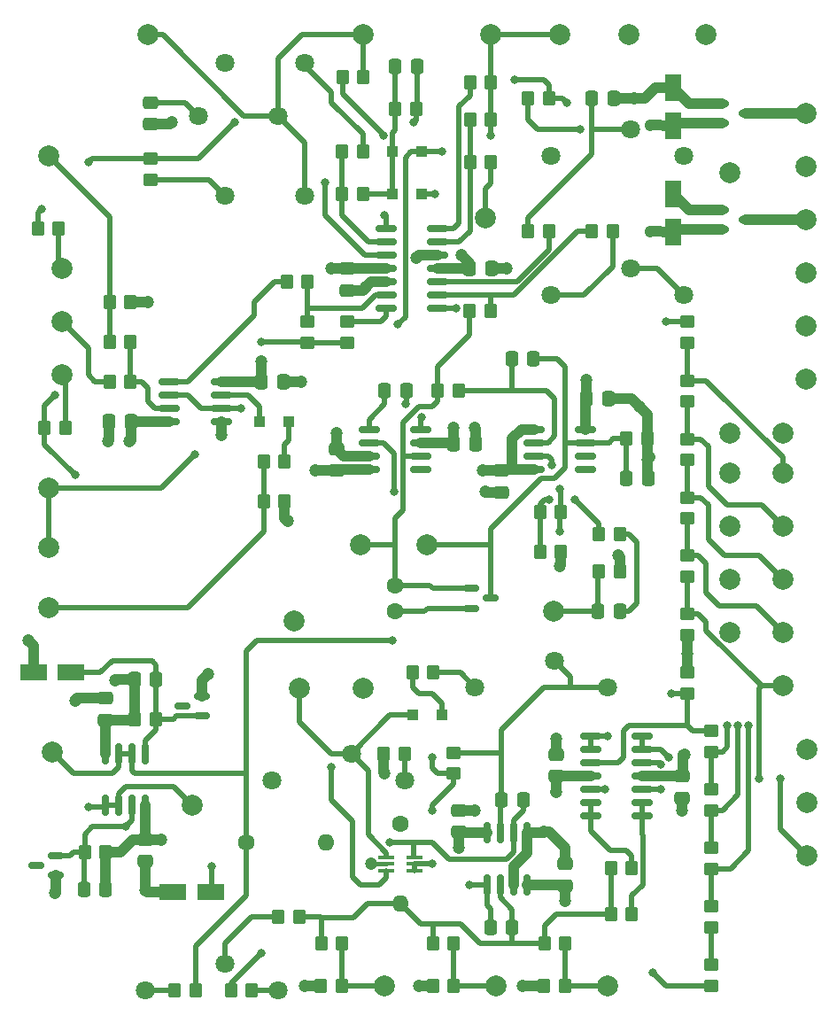
<source format=gbr>
%TF.GenerationSoftware,KiCad,Pcbnew,7.0.9-7.0.9~ubuntu23.04.1*%
%TF.CreationDate,2024-01-02T14:37:14+01:00*%
%TF.ProjectId,vco_1,76636f5f-312e-46b6-9963-61645f706362,rev?*%
%TF.SameCoordinates,Original*%
%TF.FileFunction,Copper,L1,Top*%
%TF.FilePolarity,Positive*%
%FSLAX46Y46*%
G04 Gerber Fmt 4.6, Leading zero omitted, Abs format (unit mm)*
G04 Created by KiCad (PCBNEW 7.0.9-7.0.9~ubuntu23.04.1) date 2024-01-02 14:37:14*
%MOMM*%
%LPD*%
G01*
G04 APERTURE LIST*
G04 Aperture macros list*
%AMRoundRect*
0 Rectangle with rounded corners*
0 $1 Rounding radius*
0 $2 $3 $4 $5 $6 $7 $8 $9 X,Y pos of 4 corners*
0 Add a 4 corners polygon primitive as box body*
4,1,4,$2,$3,$4,$5,$6,$7,$8,$9,$2,$3,0*
0 Add four circle primitives for the rounded corners*
1,1,$1+$1,$2,$3*
1,1,$1+$1,$4,$5*
1,1,$1+$1,$6,$7*
1,1,$1+$1,$8,$9*
0 Add four rect primitives between the rounded corners*
20,1,$1+$1,$2,$3,$4,$5,0*
20,1,$1+$1,$4,$5,$6,$7,0*
20,1,$1+$1,$6,$7,$8,$9,0*
20,1,$1+$1,$8,$9,$2,$3,0*%
G04 Aperture macros list end*
%TA.AperFunction,ComponentPad*%
%ADD10C,2.000000*%
%TD*%
%TA.AperFunction,SMDPad,CuDef*%
%ADD11RoundRect,0.250000X-0.337500X-0.475000X0.337500X-0.475000X0.337500X0.475000X-0.337500X0.475000X0*%
%TD*%
%TA.AperFunction,SMDPad,CuDef*%
%ADD12RoundRect,0.250000X0.350000X0.450000X-0.350000X0.450000X-0.350000X-0.450000X0.350000X-0.450000X0*%
%TD*%
%TA.AperFunction,SMDPad,CuDef*%
%ADD13RoundRect,0.250000X-0.350000X-0.450000X0.350000X-0.450000X0.350000X0.450000X-0.350000X0.450000X0*%
%TD*%
%TA.AperFunction,SMDPad,CuDef*%
%ADD14RoundRect,0.250000X0.450000X-0.350000X0.450000X0.350000X-0.450000X0.350000X-0.450000X-0.350000X0*%
%TD*%
%TA.AperFunction,SMDPad,CuDef*%
%ADD15RoundRect,0.250000X0.337500X0.475000X-0.337500X0.475000X-0.337500X-0.475000X0.337500X-0.475000X0*%
%TD*%
%TA.AperFunction,SMDPad,CuDef*%
%ADD16RoundRect,0.250000X0.475000X-0.337500X0.475000X0.337500X-0.475000X0.337500X-0.475000X-0.337500X0*%
%TD*%
%TA.AperFunction,SMDPad,CuDef*%
%ADD17RoundRect,0.250000X1.050000X0.550000X-1.050000X0.550000X-1.050000X-0.550000X1.050000X-0.550000X0*%
%TD*%
%TA.AperFunction,SMDPad,CuDef*%
%ADD18RoundRect,0.250000X-0.475000X0.337500X-0.475000X-0.337500X0.475000X-0.337500X0.475000X0.337500X0*%
%TD*%
%TA.AperFunction,SMDPad,CuDef*%
%ADD19RoundRect,0.150000X-0.825000X-0.150000X0.825000X-0.150000X0.825000X0.150000X-0.825000X0.150000X0*%
%TD*%
%TA.AperFunction,ComponentPad*%
%ADD20C,1.600000*%
%TD*%
%TA.AperFunction,ComponentPad*%
%ADD21O,1.600000X1.600000*%
%TD*%
%TA.AperFunction,SMDPad,CuDef*%
%ADD22RoundRect,0.150000X0.150000X-0.825000X0.150000X0.825000X-0.150000X0.825000X-0.150000X-0.825000X0*%
%TD*%
%TA.AperFunction,SMDPad,CuDef*%
%ADD23RoundRect,0.250000X-0.550000X1.050000X-0.550000X-1.050000X0.550000X-1.050000X0.550000X1.050000X0*%
%TD*%
%TA.AperFunction,SMDPad,CuDef*%
%ADD24RoundRect,0.150000X-0.512500X-0.150000X0.512500X-0.150000X0.512500X0.150000X-0.512500X0.150000X0*%
%TD*%
%TA.AperFunction,SMDPad,CuDef*%
%ADD25RoundRect,0.250000X-0.300000X-0.300000X0.300000X-0.300000X0.300000X0.300000X-0.300000X0.300000X0*%
%TD*%
%TA.AperFunction,SMDPad,CuDef*%
%ADD26RoundRect,0.150000X0.587500X0.150000X-0.587500X0.150000X-0.587500X-0.150000X0.587500X-0.150000X0*%
%TD*%
%TA.AperFunction,SMDPad,CuDef*%
%ADD27RoundRect,0.150000X-0.587500X-0.150000X0.587500X-0.150000X0.587500X0.150000X-0.587500X0.150000X0*%
%TD*%
%TA.AperFunction,SMDPad,CuDef*%
%ADD28RoundRect,0.250000X0.300000X0.300000X-0.300000X0.300000X-0.300000X-0.300000X0.300000X-0.300000X0*%
%TD*%
%TA.AperFunction,SMDPad,CuDef*%
%ADD29RoundRect,0.250000X-1.050000X-0.550000X1.050000X-0.550000X1.050000X0.550000X-1.050000X0.550000X0*%
%TD*%
%TA.AperFunction,SMDPad,CuDef*%
%ADD30RoundRect,0.250000X-0.450000X0.350000X-0.450000X-0.350000X0.450000X-0.350000X0.450000X0.350000X0*%
%TD*%
%TA.AperFunction,SMDPad,CuDef*%
%ADD31R,1.500000X0.400000*%
%TD*%
%TA.AperFunction,SMDPad,CuDef*%
%ADD32RoundRect,0.250000X0.550000X-1.050000X0.550000X1.050000X-0.550000X1.050000X-0.550000X-1.050000X0*%
%TD*%
%TA.AperFunction,ComponentPad*%
%ADD33C,1.800000*%
%TD*%
%TA.AperFunction,ViaPad*%
%ADD34C,1.200000*%
%TD*%
%TA.AperFunction,ViaPad*%
%ADD35C,0.800000*%
%TD*%
%TA.AperFunction,Conductor*%
%ADD36C,1.000000*%
%TD*%
%TA.AperFunction,Conductor*%
%ADD37C,0.250000*%
%TD*%
%TA.AperFunction,Conductor*%
%ADD38C,0.400000*%
%TD*%
%TA.AperFunction,Conductor*%
%ADD39C,0.500000*%
%TD*%
G04 APERTURE END LIST*
D10*
%TO.P,TP7,1,1*%
%TO.N,Net-(R31-Pad1)*%
X67564000Y-109347000D03*
%TD*%
D11*
%TO.P,C18,1*%
%TO.N,+12V*%
X88900000Y-81661000D03*
%TO.P,C18,2*%
%TO.N,GND*%
X90975000Y-81661000D03*
%TD*%
D12*
%TO.P,R45,1*%
%TO.N,-10V*%
X72612000Y-53975000D03*
%TO.P,R45,2*%
%TO.N,Net-(D2-K)*%
X70612000Y-53975000D03*
%TD*%
D13*
%TO.P,R1,1*%
%TO.N,+12V*%
X45698500Y-112265000D03*
%TO.P,R1,2*%
%TO.N,Net-(U1-K)*%
X47698500Y-112265000D03*
%TD*%
D10*
%TO.P,SW2,1*%
%TO.N,Net-(U4B-+)*%
X107696000Y-84963000D03*
%TO.P,SW2,2*%
%TO.N,Net-(R18-Pad2)*%
X107696000Y-88773000D03*
%TO.P,SW2,3*%
%TO.N,Net-(R17-Pad2)*%
X107696000Y-93853000D03*
%TO.P,SW2,4*%
%TO.N,Net-(R16-Pad2)*%
X107696000Y-98933000D03*
%TO.P,SW2,5*%
%TO.N,Net-(R15-Pad2)*%
X107696000Y-104013000D03*
%TO.P,SW2,6*%
%TO.N,Net-(U4D-+)*%
X107696000Y-109093000D03*
%TO.P,SW2,7*%
%TO.N,GND*%
X102616000Y-84963000D03*
%TO.P,SW2,8*%
%TO.N,Net-(U4A-+)*%
X102616000Y-88773000D03*
%TO.P,SW2,9*%
%TO.N,Net-(R11-Pad2)*%
X102616000Y-93853000D03*
%TO.P,SW2,10*%
%TO.N,Net-(R10-Pad2)*%
X102616000Y-98933000D03*
%TO.P,SW2,11*%
%TO.N,Net-(R10-Pad1)*%
X102616000Y-104013000D03*
%TD*%
D12*
%TO.P,R23,1*%
%TO.N,Net-(J3-Pin_1)*%
X86868000Y-133731000D03*
%TO.P,R23,2*%
%TO.N,Net-(U5A--)*%
X84868000Y-133731000D03*
%TD*%
D14*
%TO.P,R18,1*%
%TO.N,Net-(R17-Pad2)*%
X98552000Y-81899000D03*
%TO.P,R18,2*%
%TO.N,Net-(R18-Pad2)*%
X98552000Y-79899000D03*
%TD*%
D12*
%TO.P,R21,1*%
%TO.N,Net-(J4-Pin_1)*%
X76200000Y-137795000D03*
%TO.P,R21,2*%
%TO.N,GND*%
X74200000Y-137795000D03*
%TD*%
D10*
%TO.P,J10,1,Pin_1*%
%TO.N,Net-(J10-Pin_1)*%
X37465000Y-101600000D03*
%TD*%
D11*
%TO.P,C29,1*%
%TO.N,Net-(C29-Pad1)*%
X89408000Y-52959000D03*
%TO.P,C29,2*%
%TO.N,GND*%
X91483000Y-52959000D03*
%TD*%
D15*
%TO.P,C8,1*%
%TO.N,Net-(U5A--)*%
X81809500Y-132207000D03*
%TO.P,C8,2*%
%TO.N,/Core/summed_input*%
X79734500Y-132207000D03*
%TD*%
D16*
%TO.P,C15,1*%
%TO.N,-12V*%
X65024000Y-88519000D03*
%TO.P,C15,2*%
%TO.N,GND*%
X65024000Y-86444000D03*
%TD*%
D14*
%TO.P,R56,1*%
%TO.N,-10V*%
X100838000Y-137763000D03*
%TO.P,R56,2*%
%TO.N,Net-(R56-Pad2)*%
X100838000Y-135763000D03*
%TD*%
D11*
%TO.P,C20,1*%
%TO.N,Net-(Q3-G)*%
X92710000Y-89281000D03*
%TO.P,C20,2*%
%TO.N,GND*%
X94785000Y-89281000D03*
%TD*%
D14*
%TO.P,R16,1*%
%TO.N,Net-(R15-Pad2)*%
X98552000Y-93075000D03*
%TO.P,R16,2*%
%TO.N,Net-(R16-Pad2)*%
X98552000Y-91075000D03*
%TD*%
%TO.P,R19,1*%
%TO.N,Net-(R18-Pad2)*%
X98552000Y-76295000D03*
%TO.P,R19,2*%
%TO.N,+10V*%
X98552000Y-74295000D03*
%TD*%
D17*
%TO.P,C3,1*%
%TO.N,Net-(U1-K)*%
X39646000Y-107820000D03*
%TO.P,C3,2*%
%TO.N,GND*%
X36046000Y-107820000D03*
%TD*%
D18*
%TO.P,C10,1*%
%TO.N,GND*%
X86868000Y-126089500D03*
%TO.P,C10,2*%
%TO.N,-12V*%
X86868000Y-128164500D03*
%TD*%
D19*
%TO.P,U10,1*%
%TO.N,Net-(R53-Pad1)*%
X49025000Y-80010000D03*
%TO.P,U10,2,-*%
%TO.N,Net-(D3-A)*%
X49025000Y-81280000D03*
%TO.P,U10,3,+*%
%TO.N,Net-(U10A-+)*%
X49025000Y-82550000D03*
%TO.P,U10,4,V-*%
%TO.N,-12V*%
X49025000Y-83820000D03*
%TO.P,U10,5,+*%
%TO.N,GND*%
X53975000Y-83820000D03*
%TO.P,U10,6,-*%
%TO.N,Net-(D3-A)*%
X53975000Y-82550000D03*
%TO.P,U10,7*%
%TO.N,Net-(D4-A)*%
X53975000Y-81280000D03*
%TO.P,U10,8,V+*%
%TO.N,+12V*%
X53975000Y-80010000D03*
%TD*%
D20*
%TO.P,TH1,1*%
%TO.N,/Core/summed_input*%
X71120000Y-122301000D03*
D21*
%TO.P,TH1,2*%
%TO.N,Net-(U5A--)*%
X71120000Y-129921000D03*
%TD*%
D19*
%TO.P,U9,1*%
%TO.N,Net-(R49-Pad1)*%
X69726000Y-65405000D03*
%TO.P,U9,2,-*%
%TO.N,Net-(U9A--)*%
X69726000Y-66675000D03*
%TO.P,U9,3,+*%
%TO.N,Net-(U9A-+)*%
X69726000Y-67945000D03*
%TO.P,U9,4,V+*%
%TO.N,+12V*%
X69726000Y-69215000D03*
%TO.P,U9,5,+*%
%TO.N,GND*%
X69726000Y-70485000D03*
%TO.P,U9,6,-*%
%TO.N,Net-(U9B--)*%
X69726000Y-71755000D03*
%TO.P,U9,7*%
%TO.N,Net-(R54-Pad1)*%
X69726000Y-73025000D03*
%TO.P,U9,8*%
%TO.N,Net-(D2-A)*%
X74676000Y-73025000D03*
%TO.P,U9,9,-*%
%TO.N,Net-(U9C--)*%
X74676000Y-71755000D03*
%TO.P,U9,10,+*%
%TO.N,Net-(U9C-+)*%
X74676000Y-70485000D03*
%TO.P,U9,11,V-*%
%TO.N,-12V*%
X74676000Y-69215000D03*
%TO.P,U9,12,+*%
%TO.N,GND*%
X74676000Y-67945000D03*
%TO.P,U9,13,-*%
%TO.N,Net-(U9D--)*%
X74676000Y-66675000D03*
%TO.P,U9,14*%
%TO.N,Net-(R36-Pad1)*%
X74676000Y-65405000D03*
%TD*%
D10*
%TO.P,TP9,1,1*%
%TO.N,Net-(D3-A)*%
X86360000Y-46863000D03*
%TD*%
D22*
%TO.P,U3,1*%
%TO.N,-10V*%
X42926000Y-120520000D03*
%TO.P,U3,2,-*%
X44196000Y-120520000D03*
%TO.P,U3,3,+*%
%TO.N,Net-(U2-A)*%
X45466000Y-120520000D03*
%TO.P,U3,4,V-*%
%TO.N,-12V*%
X46736000Y-120520000D03*
%TO.P,U3,5,+*%
%TO.N,Net-(U1-K)*%
X46736000Y-115570000D03*
%TO.P,U3,6,-*%
%TO.N,+10V*%
X45466000Y-115570000D03*
%TO.P,U3,7*%
X44196000Y-115570000D03*
%TO.P,U3,8,V+*%
%TO.N,+12V*%
X42926000Y-115570000D03*
%TD*%
D12*
%TO.P,R25,1*%
%TO.N,Net-(U4C--)*%
X93218000Y-130937000D03*
%TO.P,R25,2*%
%TO.N,Net-(U5A--)*%
X91218000Y-130937000D03*
%TD*%
D23*
%TO.P,C2,1*%
%TO.N,GND*%
X97155000Y-51921000D03*
%TO.P,C2,2*%
%TO.N,-12V*%
X97155000Y-55521000D03*
%TD*%
D11*
%TO.P,C16,1*%
%TO.N,Net-(U2-A)*%
X40851000Y-128521000D03*
%TO.P,C16,2*%
%TO.N,-12V*%
X42926000Y-128521000D03*
%TD*%
D10*
%TO.P,TP4,1,1*%
%TO.N,-10V*%
X51181000Y-120520000D03*
%TD*%
D16*
%TO.P,C23,1*%
%TO.N,GND*%
X47244000Y-55415000D03*
%TO.P,C23,2*%
%TO.N,Net-(U9A-+)*%
X47244000Y-53340000D03*
%TD*%
D19*
%TO.P,U7,1,NULL*%
%TO.N,Net-(C26-Pad1)*%
X68137000Y-84582000D03*
%TO.P,U7,2,-*%
%TO.N,Net-(Q3-S)*%
X68137000Y-85852000D03*
%TO.P,U7,3,+*%
%TO.N,GND*%
X68137000Y-87122000D03*
%TO.P,U7,4,V-*%
%TO.N,-12V*%
X68137000Y-88392000D03*
%TO.P,U7,5,NULL*%
%TO.N,unconnected-(U7-NULL-Pad5)*%
X73087000Y-88392000D03*
%TO.P,U7,6*%
%TO.N,/Core/raw_saw*%
X73087000Y-87122000D03*
%TO.P,U7,7,V+*%
%TO.N,+12V*%
X73087000Y-85852000D03*
%TO.P,U7,8,STRB*%
%TO.N,Net-(U7-STRB)*%
X73087000Y-84582000D03*
%TD*%
D12*
%TO.P,R20,1*%
%TO.N,Net-(U4B--)*%
X93218000Y-126492000D03*
%TO.P,R20,2*%
%TO.N,Net-(U5A--)*%
X91218000Y-126492000D03*
%TD*%
D13*
%TO.P,R42,1*%
%TO.N,Net-(U8--)*%
X84455000Y-96266000D03*
%TO.P,R42,2*%
%TO.N,GND*%
X86455000Y-96266000D03*
%TD*%
D24*
%TO.P,Q2,1,G*%
%TO.N,GND*%
X101865000Y-63566000D03*
%TO.P,Q2,2,S*%
%TO.N,+12V*%
X101865000Y-65466000D03*
%TO.P,Q2,3,D*%
%TO.N,Net-(J1-Pin_1)*%
X104140000Y-64516000D03*
%TD*%
D25*
%TO.P,D2,1,K*%
%TO.N,Net-(D2-K)*%
X70352000Y-62103000D03*
%TO.P,D2,2,A*%
%TO.N,Net-(D2-A)*%
X73152000Y-62103000D03*
%TD*%
D14*
%TO.P,R15,1*%
%TO.N,Net-(U4D-+)*%
X98552000Y-98647000D03*
%TO.P,R15,2*%
%TO.N,Net-(R15-Pad2)*%
X98552000Y-96647000D03*
%TD*%
D18*
%TO.P,C19,1*%
%TO.N,-12V*%
X80772000Y-88519000D03*
%TO.P,C19,2*%
%TO.N,GND*%
X80772000Y-90594000D03*
%TD*%
D13*
%TO.P,R44,1*%
%TO.N,Net-(Q3-G)*%
X92710000Y-85471000D03*
%TO.P,R44,2*%
%TO.N,GND*%
X94710000Y-85471000D03*
%TD*%
D26*
%TO.P,U1,1,K*%
%TO.N,Net-(U1-K)*%
X52118500Y-111945000D03*
%TO.P,U1,2,A*%
%TO.N,GND*%
X52118500Y-110045000D03*
%TO.P,U1,3*%
%TO.N,N/C*%
X50243500Y-110995000D03*
%TD*%
D12*
%TO.P,R29,1*%
%TO.N,Net-(R29-Pad1)*%
X71501000Y-115570000D03*
%TO.P,R29,2*%
%TO.N,GND*%
X69501000Y-115570000D03*
%TD*%
D13*
%TO.P,R36,1*%
%TO.N,Net-(R36-Pad1)*%
X77756000Y-51435000D03*
%TO.P,R36,2*%
%TO.N,Net-(D3-A)*%
X79756000Y-51435000D03*
%TD*%
D12*
%TO.P,R38,1*%
%TO.N,Net-(D2-A)*%
X79756000Y-59055000D03*
%TO.P,R38,2*%
%TO.N,Net-(U9D--)*%
X77756000Y-59055000D03*
%TD*%
D27*
%TO.P,Q3,1,D*%
%TO.N,/Core/raw_saw*%
X77881000Y-99761000D03*
%TO.P,Q3,2,S*%
%TO.N,Net-(Q3-S)*%
X77881000Y-101661000D03*
%TO.P,Q3,3,G*%
%TO.N,Net-(Q3-G)*%
X79756000Y-100711000D03*
%TD*%
D28*
%TO.P,D4,1,K*%
%TO.N,Net-(D4-K)*%
X60455000Y-83820000D03*
%TO.P,D4,2,A*%
%TO.N,Net-(D4-A)*%
X57655000Y-83820000D03*
%TD*%
D13*
%TO.P,R62,1*%
%TO.N,Net-(J8-Pin_1)*%
X43320000Y-72390000D03*
%TO.P,R62,2*%
%TO.N,GND*%
X45320000Y-72390000D03*
%TD*%
D16*
%TO.P,C24,1*%
%TO.N,+12V*%
X85979000Y-117729000D03*
%TO.P,C24,2*%
%TO.N,GND*%
X85979000Y-115654000D03*
%TD*%
D12*
%TO.P,R7,1*%
%TO.N,Net-(J5-Pin_1)*%
X65532000Y-133731000D03*
%TO.P,R7,2*%
%TO.N,Net-(U5A--)*%
X63532000Y-133731000D03*
%TD*%
D13*
%TO.P,R47,1*%
%TO.N,Net-(U9A--)*%
X65532000Y-58039000D03*
%TO.P,R47,2*%
%TO.N,Net-(R47-Pad2)*%
X67532000Y-58039000D03*
%TD*%
%TO.P,R30,1*%
%TO.N,Net-(D1-K)*%
X72260000Y-107823000D03*
%TO.P,R30,2*%
%TO.N,Net-(R30-Pad2)*%
X74260000Y-107823000D03*
%TD*%
D14*
%TO.P,R12,1*%
%TO.N,Net-(R11-Pad2)*%
X100838000Y-115411000D03*
%TO.P,R12,2*%
%TO.N,Net-(U4A-+)*%
X100838000Y-113411000D03*
%TD*%
D15*
%TO.P,C22,1*%
%TO.N,-10V*%
X72687000Y-49911000D03*
%TO.P,C22,2*%
%TO.N,Net-(D2-K)*%
X70612000Y-49911000D03*
%TD*%
D10*
%TO.P,TP11,1,1*%
%TO.N,Net-(Q3-G)*%
X73660000Y-95631000D03*
%TD*%
D24*
%TO.P,Q1,1,G*%
%TO.N,GND*%
X101865000Y-53406000D03*
%TO.P,Q1,2,S*%
%TO.N,-12V*%
X101865000Y-55306000D03*
%TO.P,Q1,3,D*%
%TO.N,Net-(J1-Pin_3)*%
X104140000Y-54356000D03*
%TD*%
D15*
%TO.P,C11,1*%
%TO.N,Net-(U5B--)*%
X82847000Y-120015000D03*
%TO.P,C11,2*%
%TO.N,Net-(C11-Pad2)*%
X80772000Y-120015000D03*
%TD*%
D14*
%TO.P,R13,1*%
%TO.N,Net-(U4A-+)*%
X98552000Y-109823000D03*
%TO.P,R13,2*%
%TO.N,GND*%
X98552000Y-107823000D03*
%TD*%
D15*
%TO.P,C28,1*%
%TO.N,Net-(C28-Pad1)*%
X92075000Y-101981000D03*
%TO.P,C28,2*%
%TO.N,Net-(J11-Pin_1)*%
X90000000Y-101981000D03*
%TD*%
D13*
%TO.P,R37,1*%
%TO.N,Net-(R37-Pad1)*%
X83312000Y-52959000D03*
%TO.P,R37,2*%
%TO.N,+10V*%
X85312000Y-52959000D03*
%TD*%
D29*
%TO.P,C30,1*%
%TO.N,GND*%
X49381000Y-128775000D03*
%TO.P,C30,2*%
%TO.N,Net-(U2-A)*%
X52981000Y-128775000D03*
%TD*%
D14*
%TO.P,R14,1*%
%TO.N,GND*%
X98552000Y-104235000D03*
%TO.P,R14,2*%
%TO.N,Net-(U4D-+)*%
X98552000Y-102235000D03*
%TD*%
D13*
%TO.P,R27,1*%
%TO.N,Net-(R27-Pad1)*%
X49546000Y-138176000D03*
%TO.P,R27,2*%
%TO.N,+10V*%
X51546000Y-138176000D03*
%TD*%
D19*
%TO.P,U4,1*%
%TO.N,Net-(U4A--)*%
X89284000Y-113919000D03*
%TO.P,U4,2,-*%
X89284000Y-115189000D03*
%TO.P,U4,3,+*%
%TO.N,Net-(U4A-+)*%
X89284000Y-116459000D03*
%TO.P,U4,4,V+*%
%TO.N,+12V*%
X89284000Y-117729000D03*
%TO.P,U4,5,+*%
%TO.N,Net-(U4B-+)*%
X89284000Y-118999000D03*
%TO.P,U4,6,-*%
%TO.N,Net-(U4B--)*%
X89284000Y-120269000D03*
%TO.P,U4,7*%
X89284000Y-121539000D03*
%TO.P,U4,8*%
%TO.N,Net-(U4C--)*%
X94234000Y-121539000D03*
%TO.P,U4,9,-*%
X94234000Y-120269000D03*
%TO.P,U4,10,+*%
%TO.N,Net-(U4C-+)*%
X94234000Y-118999000D03*
%TO.P,U4,11,V-*%
%TO.N,-12V*%
X94234000Y-117729000D03*
%TO.P,U4,12,+*%
%TO.N,Net-(U4D-+)*%
X94234000Y-116459000D03*
%TO.P,U4,13,-*%
%TO.N,Net-(U4D--)*%
X94234000Y-115189000D03*
%TO.P,U4,14*%
X94234000Y-113919000D03*
%TD*%
D30*
%TO.P,R55,1*%
%TO.N,Net-(U9B--)*%
X62230000Y-74295000D03*
%TO.P,R55,2*%
%TO.N,Net-(J9-Pin_1)*%
X62230000Y-76295000D03*
%TD*%
D10*
%TO.P,J2,1,Pin_1*%
%TO.N,Net-(J1-Pin_1)*%
X109855000Y-79756000D03*
%TO.P,J2,2,Pin_2*%
%TO.N,GND*%
X109855000Y-74676000D03*
%TO.P,J2,3,Pin_3*%
%TO.N,Net-(J1-Pin_3)*%
X109855000Y-69596000D03*
%TD*%
D12*
%TO.P,R22,1*%
%TO.N,Net-(J3-Pin_1)*%
X86852000Y-137795000D03*
%TO.P,R22,2*%
%TO.N,GND*%
X84852000Y-137795000D03*
%TD*%
D16*
%TO.P,C9,1*%
%TO.N,+12V*%
X76708000Y-123063000D03*
%TO.P,C9,2*%
%TO.N,GND*%
X76708000Y-120988000D03*
%TD*%
D10*
%TO.P,J6,1,Pin_1*%
%TO.N,Net-(D3-A)*%
X79756000Y-46863000D03*
%TD*%
%TO.P,TP10,1,1*%
%TO.N,/Core/raw_saw*%
X67310000Y-95631000D03*
%TD*%
D13*
%TO.P,R53,1*%
%TO.N,Net-(R53-Pad1)*%
X60230000Y-70485000D03*
%TO.P,R53,2*%
%TO.N,Net-(U9B--)*%
X62230000Y-70485000D03*
%TD*%
D14*
%TO.P,R17,1*%
%TO.N,Net-(R16-Pad2)*%
X98552000Y-87487000D03*
%TO.P,R17,2*%
%TO.N,Net-(R17-Pad2)*%
X98552000Y-85487000D03*
%TD*%
D10*
%TO.P,RV2,1,1*%
%TO.N,Net-(U4D--)*%
X109982000Y-125349000D03*
%TO.P,RV2,2,2*%
%TO.N,Net-(U4C-+)*%
X109982000Y-120269000D03*
%TO.P,RV2,3,3*%
%TO.N,Net-(U4A--)*%
X109982000Y-115189000D03*
%TD*%
D30*
%TO.P,R54,1*%
%TO.N,Net-(R54-Pad1)*%
X66040000Y-74295000D03*
%TO.P,R54,2*%
%TO.N,Net-(J9-Pin_1)*%
X66040000Y-76295000D03*
%TD*%
D16*
%TO.P,C6,1*%
%TO.N,+12V*%
X42926000Y-112330000D03*
%TO.P,C6,2*%
%TO.N,GND*%
X42926000Y-110255000D03*
%TD*%
D10*
%TO.P,J3,1,Pin_1*%
%TO.N,Net-(J3-Pin_1)*%
X90932000Y-137795000D03*
%TD*%
%TO.P,TP1,1,1*%
%TO.N,+12V*%
X102616000Y-60071000D03*
%TD*%
D11*
%TO.P,C14,1*%
%TO.N,+12V*%
X76200000Y-85979000D03*
%TO.P,C14,2*%
%TO.N,GND*%
X78275000Y-85979000D03*
%TD*%
D13*
%TO.P,R28,1*%
%TO.N,Net-(R28-Pad1)*%
X59452000Y-131191000D03*
%TO.P,R28,2*%
%TO.N,Net-(U5A--)*%
X61452000Y-131191000D03*
%TD*%
D10*
%TO.P,J4,1,Pin_1*%
%TO.N,Net-(J4-Pin_1)*%
X80264000Y-137795000D03*
%TD*%
D13*
%TO.P,R49,1*%
%TO.N,Net-(R49-Pad1)*%
X65564000Y-50927000D03*
%TO.P,R49,2*%
%TO.N,Net-(J7-Pin_1)*%
X67564000Y-50927000D03*
%TD*%
D11*
%TO.P,C27,1*%
%TO.N,+12V*%
X45698500Y-108455000D03*
%TO.P,C27,2*%
%TO.N,Net-(U1-K)*%
X47773500Y-108455000D03*
%TD*%
D16*
%TO.P,C25,1*%
%TO.N,GND*%
X98044000Y-119804000D03*
%TO.P,C25,2*%
%TO.N,-12V*%
X98044000Y-117729000D03*
%TD*%
D12*
%TO.P,R59,1*%
%TO.N,Net-(D4-K)*%
X60055000Y-87630000D03*
%TO.P,R59,2*%
%TO.N,Net-(J10-Pin_1)*%
X58055000Y-87630000D03*
%TD*%
%TO.P,R61,1*%
%TO.N,Net-(U10A-+)*%
X45320000Y-80010000D03*
%TO.P,R61,2*%
%TO.N,Net-(R61-Pad2)*%
X43320000Y-80010000D03*
%TD*%
D10*
%TO.P,J1,1,Pin_1*%
%TO.N,Net-(J1-Pin_1)*%
X109855000Y-64516000D03*
%TO.P,J1,2,Pin_2*%
%TO.N,GND*%
X109855000Y-59436000D03*
%TO.P,J1,3,Pin_3*%
%TO.N,Net-(J1-Pin_3)*%
X109855000Y-54356000D03*
%TD*%
D16*
%TO.P,C7,1*%
%TO.N,GND*%
X46736000Y-125835000D03*
%TO.P,C7,2*%
%TO.N,-12V*%
X46736000Y-123760000D03*
%TD*%
D10*
%TO.P,TP6,1,1*%
%TO.N,Net-(D1-A)*%
X61468000Y-109347000D03*
%TD*%
%TO.P,J9,1,Pin_1*%
%TO.N,Net-(J9-Pin_1)*%
X37465000Y-90170000D03*
%TD*%
D11*
%TO.P,C26,1*%
%TO.N,Net-(C26-Pad1)*%
X69596000Y-80899000D03*
%TO.P,C26,2*%
%TO.N,Net-(U7-STRB)*%
X71671000Y-80899000D03*
%TD*%
D13*
%TO.P,R52,1*%
%TO.N,Net-(J8-Pin_1)*%
X43320000Y-76200000D03*
%TO.P,R52,2*%
%TO.N,Net-(U10A-+)*%
X45320000Y-76200000D03*
%TD*%
D12*
%TO.P,R50,1*%
%TO.N,Net-(R50-Pad1)*%
X39100000Y-84455000D03*
%TO.P,R50,2*%
%TO.N,-10V*%
X37100000Y-84455000D03*
%TD*%
D20*
%TO.P,C13,1*%
%TO.N,Net-(Q3-S)*%
X70612000Y-101961000D03*
%TO.P,C13,2*%
%TO.N,/Core/raw_saw*%
X70612000Y-99461000D03*
%TD*%
D31*
%TO.P,U6,1*%
%TO.N,Net-(D1-A)*%
X69790000Y-125461000D03*
%TO.P,U6,2*%
%TO.N,GND*%
X69790000Y-126111000D03*
%TO.P,U6,3*%
%TO.N,Net-(Q3-S)*%
X69790000Y-126761000D03*
%TO.P,U6,4*%
%TO.N,Net-(R31-Pad1)*%
X72450000Y-126761000D03*
%TO.P,U6,5*%
X72450000Y-126111000D03*
%TO.P,U6,6*%
%TO.N,Net-(U5B--)*%
X72450000Y-125461000D03*
%TD*%
D10*
%TO.P,TP3,1,1*%
%TO.N,-12V*%
X100330000Y-46863000D03*
%TD*%
%TO.P,J7,1,Pin_1*%
%TO.N,Net-(J7-Pin_1)*%
X46990000Y-46863000D03*
%TD*%
%TO.P,TP13,1,1*%
%TO.N,Net-(J9-Pin_1)*%
X37465000Y-95885000D03*
%TD*%
D14*
%TO.P,R11,1*%
%TO.N,Net-(R10-Pad2)*%
X100838000Y-120999000D03*
%TO.P,R11,2*%
%TO.N,Net-(R11-Pad2)*%
X100838000Y-118999000D03*
%TD*%
D13*
%TO.P,R39,1*%
%TO.N,Net-(U9D--)*%
X77756000Y-54991000D03*
%TO.P,R39,2*%
%TO.N,Net-(D3-A)*%
X79756000Y-54991000D03*
%TD*%
D10*
%TO.P,J5,1,Pin_1*%
%TO.N,Net-(J5-Pin_1)*%
X69596000Y-137795000D03*
%TD*%
D14*
%TO.P,R31,1*%
%TO.N,Net-(R31-Pad1)*%
X76200000Y-117459000D03*
%TO.P,R31,2*%
%TO.N,Net-(C11-Pad2)*%
X76200000Y-115459000D03*
%TD*%
D13*
%TO.P,R57,1*%
%TO.N,Net-(U8--)*%
X90075000Y-94615000D03*
%TO.P,R57,2*%
%TO.N,Net-(C28-Pad1)*%
X92075000Y-94615000D03*
%TD*%
D10*
%TO.P,TP5,1,1*%
%TO.N,+10V*%
X37846000Y-115440000D03*
%TD*%
D13*
%TO.P,R33,1*%
%TO.N,Net-(C29-Pad1)*%
X83312000Y-65659000D03*
%TO.P,R33,2*%
%TO.N,Net-(U9C-+)*%
X85312000Y-65659000D03*
%TD*%
D20*
%TO.P,R32,1*%
%TO.N,+10V*%
X56388000Y-124079000D03*
D21*
%TO.P,R32,2*%
%TO.N,Net-(U5B--)*%
X64008000Y-124079000D03*
%TD*%
D12*
%TO.P,R41,1*%
%TO.N,+10V*%
X86455000Y-92456000D03*
%TO.P,R41,2*%
%TO.N,Net-(U8--)*%
X84455000Y-92456000D03*
%TD*%
D11*
%TO.P,C4,1*%
%TO.N,+12V*%
X57850000Y-80010000D03*
%TO.P,C4,2*%
%TO.N,GND*%
X59925000Y-80010000D03*
%TD*%
D14*
%TO.P,R10,1*%
%TO.N,Net-(R10-Pad1)*%
X100838000Y-126587000D03*
%TO.P,R10,2*%
%TO.N,Net-(R10-Pad2)*%
X100838000Y-124587000D03*
%TD*%
D13*
%TO.P,R35,1*%
%TO.N,Net-(U9C--)*%
X89408000Y-65659000D03*
%TO.P,R35,2*%
%TO.N,Net-(R35-Pad2)*%
X91408000Y-65659000D03*
%TD*%
D12*
%TO.P,R46,1*%
%TO.N,Net-(D2-K)*%
X67532000Y-62103000D03*
%TO.P,R46,2*%
%TO.N,Net-(U9A--)*%
X65532000Y-62103000D03*
%TD*%
D19*
%TO.P,U8,1,GND*%
%TO.N,-12V*%
X83885000Y-84582000D03*
%TO.P,U8,2,+*%
%TO.N,Net-(U8-+)*%
X83885000Y-85852000D03*
%TO.P,U8,3,-*%
%TO.N,Net-(U8--)*%
X83885000Y-87122000D03*
%TO.P,U8,4,V-*%
%TO.N,-12V*%
X83885000Y-88392000D03*
%TO.P,U8,5,BAL*%
%TO.N,unconnected-(U8-BAL-Pad5)*%
X88835000Y-88392000D03*
%TO.P,U8,6,STRB*%
%TO.N,unconnected-(U8-STRB-Pad6)*%
X88835000Y-87122000D03*
%TO.P,U8,7*%
%TO.N,Net-(Q3-G)*%
X88835000Y-85852000D03*
%TO.P,U8,8,V+*%
%TO.N,+12V*%
X88835000Y-84582000D03*
%TD*%
D13*
%TO.P,R58,1*%
%TO.N,Net-(J11-Pin_1)*%
X90075000Y-98171000D03*
%TO.P,R58,2*%
%TO.N,GND*%
X92075000Y-98171000D03*
%TD*%
D14*
%TO.P,R9,1*%
%TO.N,Net-(R56-Pad2)*%
X100838000Y-132175000D03*
%TO.P,R9,2*%
%TO.N,Net-(R10-Pad1)*%
X100838000Y-130175000D03*
%TD*%
D18*
%TO.P,C12,1*%
%TO.N,+12V*%
X66040000Y-69193500D03*
%TO.P,C12,2*%
%TO.N,GND*%
X66040000Y-71268500D03*
%TD*%
D13*
%TO.P,R34,1*%
%TO.N,/Core/raw_saw*%
X77740000Y-73279000D03*
%TO.P,R34,2*%
%TO.N,Net-(U9C--)*%
X79740000Y-73279000D03*
%TD*%
D12*
%TO.P,R8,1*%
%TO.N,Net-(J5-Pin_1)*%
X65484000Y-137795000D03*
%TO.P,R8,2*%
%TO.N,GND*%
X63484000Y-137795000D03*
%TD*%
D28*
%TO.P,D1,1,K*%
%TO.N,Net-(D1-K)*%
X75060000Y-111887000D03*
%TO.P,D1,2,A*%
%TO.N,Net-(D1-A)*%
X72260000Y-111887000D03*
%TD*%
D26*
%TO.P,U2,1,K*%
%TO.N,GND*%
X38148500Y-127185000D03*
%TO.P,U2,2,A*%
%TO.N,Net-(U2-A)*%
X38148500Y-125285000D03*
%TO.P,U2,3*%
%TO.N,N/C*%
X36273500Y-126235000D03*
%TD*%
D10*
%TO.P,TP14,1,1*%
%TO.N,GND*%
X60960000Y-102870000D03*
%TD*%
%TO.P,TP2,1,1*%
%TO.N,GND*%
X92964000Y-46863000D03*
%TD*%
D13*
%TO.P,R40,1*%
%TO.N,/Core/raw_saw*%
X74676000Y-80899000D03*
%TO.P,R40,2*%
%TO.N,Net-(U8-+)*%
X76676000Y-80899000D03*
%TD*%
D11*
%TO.P,C17,1*%
%TO.N,Net-(U8-+)*%
X81745000Y-77851000D03*
%TO.P,C17,2*%
%TO.N,Net-(Q3-G)*%
X83820000Y-77851000D03*
%TD*%
D13*
%TO.P,R26,1*%
%TO.N,-10V*%
X54896000Y-138176000D03*
%TO.P,R26,2*%
%TO.N,Net-(R26-Pad2)*%
X56896000Y-138176000D03*
%TD*%
D14*
%TO.P,R48,1*%
%TO.N,Net-(R48-Pad1)*%
X47244000Y-60690000D03*
%TO.P,R48,2*%
%TO.N,+10V*%
X47244000Y-58690000D03*
%TD*%
D12*
%TO.P,R51,1*%
%TO.N,Net-(R51-Pad1)*%
X38465000Y-65405000D03*
%TO.P,R51,2*%
%TO.N,+10V*%
X36465000Y-65405000D03*
%TD*%
D10*
%TO.P,TP8,1,1*%
%TO.N,Net-(D2-A)*%
X79248000Y-64389000D03*
%TD*%
%TO.P,J8,1,Pin_1*%
%TO.N,Net-(J8-Pin_1)*%
X37465000Y-58420000D03*
%TD*%
D25*
%TO.P,D3,1,K*%
%TO.N,Net-(D2-K)*%
X70352000Y-58039000D03*
%TO.P,D3,2,A*%
%TO.N,Net-(D3-A)*%
X73152000Y-58039000D03*
%TD*%
D10*
%TO.P,TP12,1,1*%
%TO.N,Net-(J7-Pin_1)*%
X67564000Y-46863000D03*
%TD*%
D13*
%TO.P,R60,1*%
%TO.N,Net-(J10-Pin_1)*%
X58055000Y-91440000D03*
%TO.P,R60,2*%
%TO.N,GND*%
X60055000Y-91440000D03*
%TD*%
D15*
%TO.P,C21,1*%
%TO.N,GND*%
X79799000Y-69215000D03*
%TO.P,C21,2*%
%TO.N,-12V*%
X77724000Y-69215000D03*
%TD*%
D22*
%TO.P,U5,1*%
%TO.N,/Core/summed_input*%
X79375000Y-128078000D03*
%TO.P,U5,2,-*%
%TO.N,Net-(U5A--)*%
X80645000Y-128078000D03*
%TO.P,U5,3,+*%
%TO.N,GND*%
X81915000Y-128078000D03*
%TO.P,U5,4,V-*%
%TO.N,-12V*%
X83185000Y-128078000D03*
%TO.P,U5,5,+*%
%TO.N,GND*%
X83185000Y-123128000D03*
%TO.P,U5,6,-*%
%TO.N,Net-(U5B--)*%
X81915000Y-123128000D03*
%TO.P,U5,7*%
%TO.N,Net-(C11-Pad2)*%
X80645000Y-123128000D03*
%TO.P,U5,8,V+*%
%TO.N,+12V*%
X79375000Y-123128000D03*
%TD*%
D10*
%TO.P,RV10,1,1*%
%TO.N,Net-(R50-Pad1)*%
X38735000Y-79375000D03*
%TO.P,RV10,2,2*%
%TO.N,Net-(R61-Pad2)*%
X38735000Y-74295000D03*
%TO.P,RV10,3,3*%
%TO.N,Net-(R51-Pad1)*%
X38735000Y-69215000D03*
%TD*%
%TO.P,J11,1,Pin_1*%
%TO.N,Net-(J11-Pin_1)*%
X85725000Y-101981000D03*
%TD*%
D13*
%TO.P,R43,1*%
%TO.N,Net-(U2-A)*%
X40926000Y-124965000D03*
%TO.P,R43,2*%
%TO.N,-12V*%
X42926000Y-124965000D03*
%TD*%
D11*
%TO.P,C5,1*%
%TO.N,GND*%
X43282500Y-83820000D03*
%TO.P,C5,2*%
%TO.N,-12V*%
X45357500Y-83820000D03*
%TD*%
D32*
%TO.P,C1,1*%
%TO.N,+12V*%
X97155000Y-65681000D03*
%TO.P,C1,2*%
%TO.N,GND*%
X97155000Y-62081000D03*
%TD*%
D12*
%TO.P,R24,1*%
%TO.N,Net-(J4-Pin_1)*%
X76200000Y-133731000D03*
%TO.P,R24,2*%
%TO.N,Net-(U5A--)*%
X74200000Y-133731000D03*
%TD*%
D33*
%TO.P,RV6,1,1*%
%TO.N,GND*%
X85471000Y-58420000D03*
%TO.P,RV6,2,2*%
%TO.N,Net-(C29-Pad1)*%
X93091000Y-55880000D03*
%TO.P,RV6,3,3*%
%TO.N,Net-(R37-Pad1)*%
X98171000Y-58420000D03*
%TD*%
%TO.P,RV7,1,1*%
%TO.N,Net-(R35-Pad2)*%
X85471000Y-71755000D03*
%TO.P,RV7,2,2*%
%TO.N,Net-(D2-A)*%
X93091000Y-69215000D03*
%TO.P,RV7,3,3*%
X98171000Y-71755000D03*
%TD*%
%TO.P,RV4,1,1*%
%TO.N,/Core/summed_input*%
X58801000Y-118110000D03*
%TO.P,RV4,2,2*%
%TO.N,Net-(D1-A)*%
X66421000Y-115570000D03*
%TO.P,RV4,3,3*%
%TO.N,Net-(R29-Pad1)*%
X71501000Y-118110000D03*
%TD*%
%TO.P,RV9,1,1*%
%TO.N,Net-(J7-Pin_1)*%
X61981000Y-62230000D03*
%TO.P,RV9,2,2*%
X59441000Y-54610000D03*
%TO.P,RV9,3,3*%
%TO.N,Net-(R47-Pad2)*%
X61981000Y-49530000D03*
%TD*%
%TO.P,RV3,1,1*%
%TO.N,Net-(R27-Pad1)*%
X46736000Y-138176000D03*
%TO.P,RV3,2,2*%
%TO.N,Net-(R28-Pad1)*%
X54356000Y-135636000D03*
%TO.P,RV3,3,3*%
%TO.N,Net-(R26-Pad2)*%
X59436000Y-138176000D03*
%TD*%
%TO.P,RV8,1,1*%
%TO.N,Net-(R48-Pad1)*%
X54356000Y-62230000D03*
%TO.P,RV8,2,2*%
%TO.N,Net-(U9A-+)*%
X51816000Y-54610000D03*
%TO.P,RV8,3,3*%
%TO.N,GND*%
X54356000Y-49530000D03*
%TD*%
%TO.P,RV5,1,1*%
%TO.N,Net-(R30-Pad2)*%
X78246000Y-109225000D03*
%TO.P,RV5,2,2*%
%TO.N,Net-(C11-Pad2)*%
X85866000Y-106685000D03*
%TO.P,RV5,3,3*%
X90946000Y-109225000D03*
%TD*%
D34*
%TO.N,+12V*%
X85979000Y-119191000D03*
D35*
X94996000Y-65659000D03*
D34*
X64516000Y-69215000D03*
X76200000Y-84455000D03*
X76708000Y-124587000D03*
X57785000Y-78105000D03*
X43815000Y-108585000D03*
X88900000Y-79883000D03*
%TO.N,GND*%
X98044000Y-121031000D03*
X91948000Y-96647000D03*
X84836000Y-123063000D03*
X68326000Y-126111000D03*
X78232000Y-84455000D03*
X93472000Y-52959000D03*
X61595000Y-80010000D03*
X65024000Y-84963000D03*
X94710000Y-87503000D03*
X72898000Y-137795000D03*
X85978500Y-114173000D03*
X49276000Y-55245000D03*
X35560000Y-104775000D03*
X52705000Y-107950000D03*
X78232000Y-121031000D03*
D35*
X100076000Y-63627000D03*
D34*
X82804000Y-137795000D03*
X81280000Y-69215000D03*
X53975000Y-85090000D03*
X46736000Y-128651000D03*
X38100000Y-128905000D03*
X60325000Y-93345000D03*
X93980000Y-82423000D03*
X43180000Y-85725000D03*
D35*
X100076000Y-53467000D03*
D34*
X67818000Y-70993000D03*
X61976000Y-137795000D03*
X79248000Y-90551000D03*
X72644000Y-68199000D03*
X98552000Y-106045000D03*
X69596000Y-117475000D03*
X40005000Y-110490000D03*
X86360000Y-97663000D03*
X46990000Y-72390000D03*
%TO.N,-12V*%
X48260000Y-123825000D03*
X78994000Y-88519000D03*
X98298000Y-115697000D03*
X45215000Y-85725000D03*
X76962000Y-67945000D03*
X86868000Y-129667000D03*
D35*
X94996000Y-55499000D03*
D34*
X62992000Y-88519000D03*
D35*
%TO.N,+10V*%
X70358000Y-104775000D03*
X86360000Y-94361000D03*
X86995000Y-53340000D03*
X86360000Y-90297000D03*
X96520000Y-74295000D03*
X55245000Y-55245000D03*
X36830000Y-63500000D03*
X41275000Y-59055000D03*
X82042000Y-51181000D03*
%TO.N,-10V*%
X41275000Y-120650000D03*
X38100000Y-81280000D03*
X57785000Y-134620000D03*
X72390000Y-55245000D03*
X40005000Y-88900000D03*
X95250000Y-136525000D03*
%TO.N,/Core/summed_input*%
X77724000Y-128143000D03*
%TO.N,Net-(U5B--)*%
X70104000Y-124079000D03*
%TO.N,Net-(U2-A)*%
X53086000Y-126365000D03*
X44831000Y-122555000D03*
%TO.N,Net-(D2-A)*%
X74376000Y-62103000D03*
X76454000Y-73025000D03*
%TO.N,Net-(D3-A)*%
X70866000Y-74549000D03*
X55880000Y-82550000D03*
X79756000Y-56515000D03*
X75100500Y-58039000D03*
%TO.N,Net-(J9-Pin_1)*%
X57785000Y-76200000D03*
X51435000Y-86995000D03*
%TO.N,Net-(R10-Pad1)*%
X104394000Y-112903000D03*
%TO.N,Net-(R10-Pad2)*%
X103378000Y-112903000D03*
%TO.N,Net-(R11-Pad2)*%
X102362000Y-112903000D03*
%TO.N,Net-(R31-Pad1)*%
X74168000Y-121031000D03*
X74168000Y-126111000D03*
X74168000Y-115951000D03*
%TO.N,Net-(R37-Pad1)*%
X88265000Y-55880000D03*
%TO.N,Net-(R49-Pad1)*%
X69502500Y-56515000D03*
X69596000Y-64135000D03*
%TO.N,Net-(U9A-+)*%
X63881000Y-60960000D03*
%TO.N,Net-(U7-STRB)*%
X73152000Y-83439000D03*
X71628000Y-82169000D03*
%TO.N,Net-(U4A-+)*%
X97028000Y-109855000D03*
%TO.N,Net-(Q3-S)*%
X70485000Y-90551000D03*
X64516000Y-116840000D03*
%TO.N,Net-(U4D-+)*%
X105410000Y-117983000D03*
X96012000Y-116629500D03*
%TO.N,Net-(U8--)*%
X85344000Y-91275500D03*
X87800500Y-91313000D03*
X85598000Y-88011000D03*
%TO.N,Net-(U4D--)*%
X96774000Y-115951000D03*
X107442000Y-117983000D03*
%TO.N,Net-(U4C-+)*%
X96012000Y-118999000D03*
%TO.N,Net-(U4A--)*%
X90932000Y-113919000D03*
%TO.N,Net-(U4B-+)*%
X90678000Y-118999000D03*
%TD*%
D36*
%TO.N,+12V*%
X66040000Y-69193500D02*
X64537500Y-69193500D01*
X45698500Y-108455000D02*
X43945000Y-108455000D01*
X85979000Y-117729000D02*
X85979000Y-119191000D01*
X43945000Y-108455000D02*
X43815000Y-108585000D01*
X73087000Y-85852000D02*
X76073000Y-85852000D01*
X57850000Y-80010000D02*
X57850000Y-78170000D01*
X88900000Y-81661000D02*
X88900000Y-79883000D01*
X89284000Y-117729000D02*
X85979000Y-117729000D01*
X69726000Y-69215000D02*
X66061500Y-69215000D01*
X76200000Y-85979000D02*
X76200000Y-84455000D01*
X57850000Y-80010000D02*
X53975000Y-80010000D01*
X97155000Y-65681000D02*
X94996000Y-65659000D01*
X85917000Y-119253000D02*
X85979000Y-119191000D01*
X45698500Y-108455000D02*
X45698500Y-112265000D01*
X76708000Y-123063000D02*
X76708000Y-124587000D01*
X79375000Y-123128000D02*
X76773000Y-123128000D01*
X42926000Y-112330000D02*
X45633500Y-112330000D01*
X57850000Y-78170000D02*
X57785000Y-78105000D01*
X76773000Y-123128000D02*
X76708000Y-123063000D01*
X42926000Y-112330000D02*
X42926000Y-115570000D01*
X101865000Y-65466000D02*
X97370000Y-65466000D01*
X88835000Y-81726000D02*
X88900000Y-81661000D01*
X97370000Y-65466000D02*
X97155000Y-65681000D01*
X66061500Y-69215000D02*
X66040000Y-69193500D01*
X88835000Y-84582000D02*
X88835000Y-81726000D01*
X64537500Y-69193500D02*
X64516000Y-69215000D01*
X76073000Y-85852000D02*
X76200000Y-85979000D01*
X94996000Y-65659000D02*
X95018000Y-65681000D01*
X45633500Y-112330000D02*
X45698500Y-112265000D01*
%TO.N,GND*%
X69501000Y-115570000D02*
X69501000Y-117380000D01*
X46736000Y-125835000D02*
X46736000Y-128651000D01*
X43282500Y-85622500D02*
X43180000Y-85725000D01*
X86868000Y-124587000D02*
X85344000Y-123063000D01*
X67542500Y-71268500D02*
X66040000Y-71268500D01*
X36046000Y-107820000D02*
X36046000Y-105261000D01*
X94488000Y-52959000D02*
X91483000Y-52959000D01*
X69501000Y-117380000D02*
X69596000Y-117475000D01*
X74200000Y-137795000D02*
X72898000Y-137795000D01*
X78275000Y-84498000D02*
X78232000Y-84455000D01*
X60055000Y-91440000D02*
X60055000Y-93075000D01*
X94710000Y-89206000D02*
X94785000Y-89281000D01*
X68137000Y-87122000D02*
X65702000Y-87122000D01*
X86868000Y-126089500D02*
X86868000Y-124587000D01*
X52118500Y-110045000D02*
X52118500Y-108536500D01*
X46736000Y-128651000D02*
X46860000Y-128775000D01*
X94710000Y-83153000D02*
X94710000Y-85471000D01*
X84771000Y-123128000D02*
X84836000Y-123063000D01*
X95526000Y-51921000D02*
X94488000Y-52959000D01*
X38148500Y-128856500D02*
X38100000Y-128905000D01*
X95007000Y-87206000D02*
X94710000Y-87503000D01*
X83185000Y-125041502D02*
X81915000Y-126311502D01*
X47244000Y-55415000D02*
X49106000Y-55415000D01*
X76708000Y-120988000D02*
X78189000Y-120988000D01*
X43282500Y-83820000D02*
X43282500Y-85622500D01*
X68326000Y-70485000D02*
X67542500Y-71268500D01*
X81915000Y-126311502D02*
X81915000Y-128078000D01*
X100076000Y-53467000D02*
X98701000Y-53467000D01*
X80772000Y-90594000D02*
X79291000Y-90594000D01*
X78275000Y-85979000D02*
X78275000Y-84498000D01*
D37*
X69749579Y-126070579D02*
X69790000Y-126111000D01*
D36*
X42926000Y-110255000D02*
X40240000Y-110255000D01*
X78189000Y-120988000D02*
X78232000Y-121031000D01*
X85344000Y-123063000D02*
X84836000Y-123063000D01*
X38148500Y-127185000D02*
X38148500Y-128856500D01*
X59925000Y-80010000D02*
X61595000Y-80010000D01*
X100137000Y-63566000D02*
X100076000Y-63627000D01*
X65024000Y-86444000D02*
X65024000Y-84963000D01*
X101865000Y-63566000D02*
X100137000Y-63566000D01*
X60055000Y-93075000D02*
X60325000Y-93345000D01*
X86455000Y-96266000D02*
X86455000Y-97568000D01*
X63484000Y-137795000D02*
X61976000Y-137795000D01*
X36046000Y-105261000D02*
X35560000Y-104775000D01*
X83185000Y-123128000D02*
X83185000Y-125041502D01*
X85979000Y-114173500D02*
X85978500Y-114173000D01*
X84852000Y-137795000D02*
X82804000Y-137795000D01*
X45320000Y-72390000D02*
X46990000Y-72390000D01*
X53975000Y-83820000D02*
X53975000Y-85090000D01*
X90975000Y-81661000D02*
X93218000Y-81661000D01*
X65702000Y-87122000D02*
X65024000Y-86444000D01*
X72898000Y-67945000D02*
X72644000Y-68199000D01*
X74676000Y-67945000D02*
X72898000Y-67945000D01*
X92075000Y-96774000D02*
X91948000Y-96647000D01*
X98552000Y-107823000D02*
X98552000Y-104235000D01*
D38*
X69790000Y-126111000D02*
X68580000Y-126111000D01*
D36*
X40240000Y-110255000D02*
X40005000Y-110490000D01*
X69726000Y-70485000D02*
X68326000Y-70485000D01*
X94710000Y-85471000D02*
X94710000Y-89206000D01*
X98701000Y-53467000D02*
X97155000Y-51921000D01*
X86455000Y-97568000D02*
X86360000Y-97663000D01*
X46860000Y-128775000D02*
X49381000Y-128775000D01*
X93218000Y-81661000D02*
X94710000Y-83153000D01*
X83185000Y-123128000D02*
X84771000Y-123128000D01*
X98701000Y-63627000D02*
X97155000Y-62081000D01*
X79799000Y-69215000D02*
X81280000Y-69215000D01*
D38*
X68580000Y-126111000D02*
X68326000Y-126111000D01*
D36*
X92075000Y-98171000D02*
X92075000Y-96774000D01*
X85979000Y-115654000D02*
X85979000Y-114173500D01*
X49106000Y-55415000D02*
X49276000Y-55245000D01*
X101865000Y-53406000D02*
X100137000Y-53406000D01*
X100137000Y-53406000D02*
X100076000Y-53467000D01*
X52118500Y-108536500D02*
X52705000Y-107950000D01*
X98044000Y-119804000D02*
X98044000Y-121031000D01*
X100076000Y-63627000D02*
X98701000Y-63627000D01*
X97155000Y-51921000D02*
X95526000Y-51921000D01*
X79291000Y-90594000D02*
X79248000Y-90551000D01*
%TO.N,-12V*%
X86868000Y-128164500D02*
X86868000Y-129667000D01*
X46736000Y-123760000D02*
X45531000Y-123760000D01*
X48195000Y-123760000D02*
X48260000Y-123825000D01*
X45357500Y-85582500D02*
X45215000Y-85725000D01*
X83885000Y-88392000D02*
X81788000Y-88392000D01*
X86781500Y-128078000D02*
X86868000Y-128164500D01*
X98109000Y-115697000D02*
X98298000Y-115697000D01*
X81788000Y-88392000D02*
X80899000Y-88392000D01*
X83185000Y-128078000D02*
X86781500Y-128078000D01*
X46736000Y-120520000D02*
X46736000Y-123760000D01*
X80899000Y-88392000D02*
X80772000Y-88519000D01*
X80772000Y-88519000D02*
X78994000Y-88519000D01*
X77724000Y-68707000D02*
X76962000Y-67945000D01*
X65024000Y-88519000D02*
X62992000Y-88519000D01*
X45357500Y-83820000D02*
X49025000Y-83820000D01*
X68137000Y-88392000D02*
X65151000Y-88392000D01*
X42926000Y-128521000D02*
X42926000Y-124965000D01*
X101865000Y-55306000D02*
X97370000Y-55306000D01*
X97155000Y-55521000D02*
X94996000Y-55499000D01*
X97370000Y-55306000D02*
X97155000Y-55521000D01*
X81788000Y-85471000D02*
X81788000Y-88392000D01*
X83885000Y-84582000D02*
X82677000Y-84582000D01*
X94996000Y-55499000D02*
X95018000Y-55521000D01*
X98109000Y-117664000D02*
X98044000Y-117729000D01*
X44326000Y-124965000D02*
X42926000Y-124965000D01*
X74676000Y-69215000D02*
X77724000Y-69215000D01*
X77724000Y-69215000D02*
X77724000Y-68707000D01*
X82677000Y-84582000D02*
X81788000Y-85471000D01*
X98109000Y-115697000D02*
X98109000Y-117664000D01*
X45531000Y-123760000D02*
X44326000Y-124965000D01*
X46736000Y-123760000D02*
X48195000Y-123760000D01*
X45357500Y-83820000D02*
X45357500Y-85582500D01*
X98044000Y-117729000D02*
X94234000Y-117729000D01*
X65151000Y-88392000D02*
X65024000Y-88519000D01*
D39*
%TO.N,Net-(U1-K)*%
X39646000Y-107820000D02*
X42421000Y-107820000D01*
X47773500Y-107082500D02*
X47773500Y-108455000D01*
X49726000Y-111945000D02*
X49406000Y-112265000D01*
X47773500Y-112190000D02*
X47698500Y-112265000D01*
X49406000Y-112265000D02*
X47698500Y-112265000D01*
X52118500Y-111945000D02*
X49726000Y-111945000D01*
X47698500Y-112265000D02*
X47698500Y-113337500D01*
X47371000Y-106680000D02*
X47773500Y-107082500D01*
X42421000Y-107820000D02*
X43561000Y-106680000D01*
X47698500Y-113337500D02*
X46736000Y-114300000D01*
X46736000Y-114300000D02*
X46736000Y-115570000D01*
X47773500Y-108455000D02*
X47773500Y-112190000D01*
X43561000Y-106680000D02*
X47371000Y-106680000D01*
%TO.N,+10V*%
X56388000Y-124079000D02*
X56388000Y-129143000D01*
X86455000Y-90392000D02*
X86360000Y-90297000D01*
X85344000Y-51689000D02*
X84836000Y-51181000D01*
X86614000Y-52959000D02*
X86995000Y-53340000D01*
X84836000Y-51181000D02*
X82042000Y-51181000D01*
X36465000Y-65405000D02*
X36465000Y-63865000D01*
X47244000Y-58690000D02*
X41640000Y-58690000D01*
X85344000Y-52895000D02*
X85344000Y-51689000D01*
X85312000Y-52959000D02*
X86614000Y-52959000D01*
X36465000Y-63865000D02*
X36830000Y-63500000D01*
X56388000Y-117475000D02*
X56388000Y-124079000D01*
X43561000Y-117475000D02*
X40386000Y-117475000D01*
X45466000Y-117221000D02*
X45720000Y-117475000D01*
X41640000Y-58690000D02*
X41275000Y-59055000D01*
X56388000Y-111379000D02*
X56388000Y-105791000D01*
X51546000Y-138176000D02*
X51546000Y-133985000D01*
X45466000Y-115570000D02*
X45466000Y-117221000D01*
X55245000Y-55245000D02*
X51800000Y-58690000D01*
X56388000Y-111379000D02*
X56388000Y-117475000D01*
X44196000Y-115570000D02*
X44196000Y-116840000D01*
X86360000Y-92551000D02*
X86455000Y-92456000D01*
X39881000Y-117475000D02*
X40386000Y-117475000D01*
X56388000Y-105791000D02*
X57404000Y-104775000D01*
X51800000Y-58690000D02*
X47244000Y-58690000D01*
X45720000Y-117475000D02*
X56388000Y-117475000D01*
X37846000Y-115440000D02*
X39881000Y-117475000D01*
X86360000Y-94361000D02*
X86360000Y-92551000D01*
X57404000Y-104775000D02*
X70358000Y-104775000D01*
X96520000Y-74295000D02*
X98552000Y-74295000D01*
X85312000Y-52927000D02*
X85344000Y-52895000D01*
X85312000Y-52959000D02*
X85312000Y-52927000D01*
X44196000Y-115570000D02*
X45466000Y-115570000D01*
X44196000Y-116840000D02*
X43561000Y-117475000D01*
X56388000Y-129143000D02*
X51546000Y-133985000D01*
X86455000Y-92456000D02*
X86455000Y-90392000D01*
%TO.N,-10V*%
X44196000Y-120520000D02*
X44196000Y-119380000D01*
X44196000Y-120520000D02*
X42926000Y-120520000D01*
X49406000Y-118745000D02*
X51181000Y-120520000D01*
X37100000Y-82280000D02*
X38100000Y-81280000D01*
X96488000Y-137763000D02*
X95250000Y-136525000D01*
X100838000Y-137763000D02*
X96488000Y-137763000D01*
X44831000Y-118745000D02*
X49406000Y-118745000D01*
X54896000Y-138176000D02*
X54896000Y-137509000D01*
X54896000Y-137509000D02*
X57785000Y-134620000D01*
X42796000Y-120650000D02*
X42926000Y-120520000D01*
X41275000Y-120650000D02*
X42796000Y-120650000D01*
X72612000Y-55023000D02*
X72390000Y-55245000D01*
X37100000Y-85995000D02*
X40005000Y-88900000D01*
X37100000Y-84455000D02*
X37100000Y-82280000D01*
X72687000Y-49911000D02*
X72687000Y-53900000D01*
X72612000Y-53975000D02*
X72612000Y-55023000D01*
X44196000Y-119380000D02*
X44831000Y-118745000D01*
X37100000Y-84455000D02*
X37100000Y-85995000D01*
%TO.N,/Core/summed_input*%
X77724000Y-128143000D02*
X79310000Y-128143000D01*
X79375000Y-128078000D02*
X79375000Y-130048000D01*
X79375000Y-130048000D02*
X79734500Y-130407500D01*
X79734500Y-130407500D02*
X79734500Y-132207000D01*
X79310000Y-128143000D02*
X79375000Y-128078000D01*
%TO.N,Net-(U5A--)*%
X81809500Y-133625500D02*
X81915000Y-133731000D01*
X63500000Y-131191000D02*
X63532000Y-131223000D01*
X81809500Y-132207000D02*
X81809500Y-133625500D01*
X91218000Y-130937000D02*
X85979000Y-130937000D01*
X80645000Y-129286000D02*
X81809500Y-130450500D01*
X81280000Y-133731000D02*
X78740000Y-133731000D01*
X81915000Y-133731000D02*
X81280000Y-133731000D01*
X74200000Y-133731000D02*
X74200000Y-131921000D01*
X74200000Y-131921000D02*
X74295000Y-131826000D01*
X71120000Y-129921000D02*
X67945000Y-129921000D01*
X78740000Y-133731000D02*
X76835000Y-131826000D01*
X76835000Y-131826000D02*
X74295000Y-131826000D01*
X84868000Y-133731000D02*
X81915000Y-133731000D01*
X84868000Y-132048000D02*
X84868000Y-133731000D01*
X91218000Y-126492000D02*
X91218000Y-130937000D01*
X67945000Y-129921000D02*
X66643000Y-131223000D01*
X61452000Y-131191000D02*
X63500000Y-131191000D01*
X81809500Y-130450500D02*
X81809500Y-132207000D01*
X73025000Y-131826000D02*
X71120000Y-129921000D01*
X63532000Y-131223000D02*
X66643000Y-131223000D01*
X63532000Y-131223000D02*
X63532000Y-133731000D01*
X80645000Y-128078000D02*
X80645000Y-129286000D01*
X85979000Y-130937000D02*
X84868000Y-132048000D01*
X74295000Y-131826000D02*
X73025000Y-131826000D01*
%TO.N,Net-(C11-Pad2)*%
X76200000Y-115459000D02*
X80661000Y-115459000D01*
X80661000Y-115459000D02*
X80772000Y-115570000D01*
X84831000Y-109225000D02*
X86106000Y-109225000D01*
X80772000Y-113284000D02*
X84831000Y-109225000D01*
X80772000Y-115570000D02*
X80772000Y-113284000D01*
X87376000Y-109225000D02*
X90946000Y-109225000D01*
X85866000Y-106685000D02*
X87376000Y-108195000D01*
X80645000Y-123128000D02*
X80645000Y-120142000D01*
X87376000Y-108195000D02*
X87376000Y-109225000D01*
X80772000Y-120015000D02*
X80772000Y-115570000D01*
X86106000Y-109225000D02*
X87376000Y-109225000D01*
X80645000Y-120142000D02*
X80772000Y-120015000D01*
%TO.N,/Core/raw_saw*%
X77740000Y-73279000D02*
X77740000Y-75549000D01*
X73934000Y-99461000D02*
X70612000Y-99461000D01*
X67310000Y-95631000D02*
X70612000Y-95631000D01*
X74676000Y-81915000D02*
X74676000Y-80899000D01*
X71374000Y-83947000D02*
X72898000Y-82423000D01*
X70612000Y-99461000D02*
X70612000Y-95631000D01*
X70612000Y-93091000D02*
X71374000Y-92329000D01*
X71501000Y-87122000D02*
X71374000Y-87249000D01*
X71374000Y-87249000D02*
X71374000Y-83947000D01*
X73087000Y-87122000D02*
X71501000Y-87122000D01*
X72898000Y-82423000D02*
X74168000Y-82423000D01*
X77740000Y-75549000D02*
X74676000Y-78613000D01*
X71374000Y-92329000D02*
X71374000Y-87249000D01*
X74168000Y-82423000D02*
X74676000Y-81915000D01*
X77881000Y-99761000D02*
X74234000Y-99761000D01*
X74676000Y-78613000D02*
X74676000Y-80899000D01*
X70612000Y-95631000D02*
X70612000Y-93091000D01*
X74234000Y-99761000D02*
X73934000Y-99461000D01*
%TO.N,Net-(U5B--)*%
X74168000Y-124079000D02*
X72390000Y-124079000D01*
X72390000Y-124079000D02*
X72390000Y-125401000D01*
X81246000Y-125637000D02*
X75726000Y-125637000D01*
X72390000Y-124079000D02*
X70104000Y-124079000D01*
X81915000Y-124968000D02*
X81246000Y-125637000D01*
X82847000Y-120988000D02*
X81915000Y-121920000D01*
X82847000Y-120015000D02*
X82847000Y-120988000D01*
X72390000Y-125401000D02*
X72400000Y-125411000D01*
X81915000Y-121920000D02*
X81915000Y-123128000D01*
X81915000Y-123128000D02*
X81915000Y-124968000D01*
X72400000Y-125411000D02*
X72450000Y-125411000D01*
X75726000Y-125637000D02*
X74168000Y-124079000D01*
%TO.N,Net-(D2-K)*%
X67532000Y-62103000D02*
X70352000Y-62103000D01*
X70352000Y-58039000D02*
X70352000Y-56267000D01*
X70612000Y-53975000D02*
X70612000Y-49911000D01*
X70352000Y-62103000D02*
X70352000Y-58039000D01*
X70612000Y-56007000D02*
X70612000Y-53975000D01*
X70352000Y-56267000D02*
X70612000Y-56007000D01*
%TO.N,Net-(C26-Pad1)*%
X69596000Y-82169000D02*
X69596000Y-80899000D01*
X68137000Y-83628000D02*
X69596000Y-82169000D01*
X68137000Y-84582000D02*
X68137000Y-83628000D01*
%TO.N,Net-(U2-A)*%
X38148500Y-125285000D02*
X39561000Y-125285000D01*
X53086000Y-128670000D02*
X52981000Y-128775000D01*
X40851000Y-128521000D02*
X40851000Y-125040000D01*
X41656000Y-122555000D02*
X40926000Y-123285000D01*
X45466000Y-121920000D02*
X44831000Y-122555000D01*
X44831000Y-122555000D02*
X41656000Y-122555000D01*
X39881000Y-124965000D02*
X40926000Y-124965000D01*
X45466000Y-120520000D02*
X45466000Y-121920000D01*
X40926000Y-123285000D02*
X40926000Y-124965000D01*
X40851000Y-125040000D02*
X40926000Y-124965000D01*
X39561000Y-125285000D02*
X39881000Y-124965000D01*
X53086000Y-126365000D02*
X53086000Y-128670000D01*
%TO.N,Net-(C28-Pad1)*%
X93726000Y-101219000D02*
X93726000Y-95377000D01*
X92075000Y-94615000D02*
X92964000Y-94615000D01*
X92964000Y-101981000D02*
X93726000Y-101219000D01*
X92075000Y-101981000D02*
X92964000Y-101981000D01*
X93726000Y-95377000D02*
X92964000Y-94615000D01*
%TO.N,Net-(J11-Pin_1)*%
X90000000Y-98246000D02*
X90075000Y-98171000D01*
X90000000Y-101981000D02*
X90000000Y-98246000D01*
X85725000Y-101981000D02*
X90000000Y-101981000D01*
%TO.N,Net-(C29-Pad1)*%
X83312000Y-65659000D02*
X83312000Y-64389000D01*
X93091000Y-55880000D02*
X89408000Y-55880000D01*
X89408000Y-58293000D02*
X89408000Y-55880000D01*
X83312000Y-64389000D02*
X89408000Y-58293000D01*
X89408000Y-55880000D02*
X89408000Y-52959000D01*
%TO.N,Net-(D1-K)*%
X75060000Y-111887000D02*
X75060000Y-110747000D01*
X75060000Y-110747000D02*
X74168000Y-109855000D01*
X72260000Y-109217000D02*
X72260000Y-107823000D01*
X74168000Y-109855000D02*
X72898000Y-109855000D01*
X72898000Y-109855000D02*
X72260000Y-109217000D01*
%TO.N,Net-(D1-A)*%
X69790000Y-125370579D02*
X69790000Y-125035000D01*
X64516000Y-115570000D02*
X66421000Y-115570000D01*
X72260000Y-111887000D02*
X70104000Y-111887000D01*
X61468000Y-112522000D02*
X64516000Y-115570000D01*
X69790000Y-125035000D02*
X68072000Y-123317000D01*
X68072000Y-117221000D02*
X66421000Y-115570000D01*
X61468000Y-109347000D02*
X61468000Y-112522000D01*
X68072000Y-123317000D02*
X68072000Y-117221000D01*
X70104000Y-111887000D02*
X66421000Y-115570000D01*
%TO.N,Net-(D2-A)*%
X73152000Y-62103000D02*
X74376000Y-62103000D01*
X95631000Y-69215000D02*
X93091000Y-69215000D01*
X79248000Y-61595000D02*
X79248000Y-64389000D01*
X98171000Y-71755000D02*
X95631000Y-69215000D01*
X74676000Y-73025000D02*
X76454000Y-73025000D01*
X79756000Y-61087000D02*
X79248000Y-61595000D01*
X79756000Y-59055000D02*
X79756000Y-61087000D01*
%TO.N,Net-(D3-A)*%
X79756000Y-54991000D02*
X79756000Y-56515000D01*
X86360000Y-46863000D02*
X79756000Y-46863000D01*
X72136000Y-58039000D02*
X73152000Y-58039000D01*
X71594000Y-71027000D02*
X71594000Y-58581000D01*
X71594000Y-71755000D02*
X71594000Y-73821000D01*
X53975000Y-82550000D02*
X55880000Y-82550000D01*
X53975000Y-82550000D02*
X52070000Y-82550000D01*
X73152000Y-58039000D02*
X75100500Y-58039000D01*
X79756000Y-54991000D02*
X79756000Y-51435000D01*
X79756000Y-51435000D02*
X79756000Y-46863000D01*
X52070000Y-82550000D02*
X50800000Y-81280000D01*
X71594000Y-73821000D02*
X70866000Y-74549000D01*
X71594000Y-58581000D02*
X72136000Y-58039000D01*
X71594000Y-71027000D02*
X71594000Y-71755000D01*
X50800000Y-81280000D02*
X49025000Y-81280000D01*
%TO.N,Net-(D4-K)*%
X60455000Y-85595000D02*
X60055000Y-85995000D01*
X60055000Y-85995000D02*
X60055000Y-87630000D01*
X60455000Y-83820000D02*
X60455000Y-85595000D01*
%TO.N,Net-(D4-A)*%
X57655000Y-82420000D02*
X57655000Y-83820000D01*
X53975000Y-81280000D02*
X56515000Y-81280000D01*
X56515000Y-81280000D02*
X57655000Y-82420000D01*
D36*
%TO.N,Net-(J1-Pin_1)*%
X109855000Y-64516000D02*
X104140000Y-64516000D01*
%TO.N,Net-(J1-Pin_3)*%
X109855000Y-54356000D02*
X104140000Y-54356000D01*
D39*
%TO.N,Net-(J3-Pin_1)*%
X86852000Y-133747000D02*
X86868000Y-133731000D01*
X90932000Y-137795000D02*
X86852000Y-137795000D01*
X86852000Y-137795000D02*
X86852000Y-133747000D01*
%TO.N,Net-(J4-Pin_1)*%
X80264000Y-137795000D02*
X76200000Y-137795000D01*
X76200000Y-137795000D02*
X76200000Y-133731000D01*
%TO.N,Net-(J5-Pin_1)*%
X65532000Y-133731000D02*
X65532000Y-137747000D01*
X69596000Y-137795000D02*
X65484000Y-137795000D01*
X65532000Y-137747000D02*
X65484000Y-137795000D01*
%TO.N,Net-(J7-Pin_1)*%
X61981000Y-62230000D02*
X61981000Y-57150000D01*
X61981000Y-57150000D02*
X59441000Y-54610000D01*
X46990000Y-46863000D02*
X48404213Y-46863000D01*
X48404213Y-46863000D02*
X56151213Y-54610000D01*
X67564000Y-46863000D02*
X61722000Y-46863000D01*
X59441000Y-49144000D02*
X59441000Y-54610000D01*
X61722000Y-46863000D02*
X59441000Y-49144000D01*
X56151213Y-54610000D02*
X59441000Y-54610000D01*
X67564000Y-46863000D02*
X67564000Y-50927000D01*
%TO.N,Net-(J8-Pin_1)*%
X37465000Y-58420000D02*
X43320000Y-64275000D01*
X43320000Y-64275000D02*
X43320000Y-72390000D01*
X43320000Y-76200000D02*
X43320000Y-72390000D01*
%TO.N,Net-(J9-Pin_1)*%
X48260000Y-90170000D02*
X51435000Y-86995000D01*
X66040000Y-76295000D02*
X62230000Y-76295000D01*
X62135000Y-76200000D02*
X62230000Y-76295000D01*
X37465000Y-90170000D02*
X48260000Y-90170000D01*
X57785000Y-76200000D02*
X62135000Y-76200000D01*
X37465000Y-95885000D02*
X37465000Y-90170000D01*
%TO.N,Net-(J10-Pin_1)*%
X58055000Y-87630000D02*
X58055000Y-91440000D01*
X50800000Y-101600000D02*
X58055000Y-94345000D01*
X37465000Y-101600000D02*
X50800000Y-101600000D01*
X58055000Y-94345000D02*
X58055000Y-91440000D01*
%TO.N,Net-(R56-Pad2)*%
X100838000Y-135763000D02*
X100838000Y-132175000D01*
%TO.N,Net-(R10-Pad1)*%
X102648000Y-126587000D02*
X104394000Y-124841000D01*
X100838000Y-126587000D02*
X102648000Y-126587000D01*
X104394000Y-124841000D02*
X104394000Y-112903000D01*
X100838000Y-130175000D02*
X100838000Y-126587000D01*
%TO.N,Net-(R10-Pad2)*%
X103378000Y-119507000D02*
X103378000Y-112903000D01*
X100838000Y-124587000D02*
X100838000Y-120999000D01*
X100838000Y-120999000D02*
X101886000Y-120999000D01*
X101886000Y-120999000D02*
X103378000Y-119507000D01*
%TO.N,Net-(R11-Pad2)*%
X101886000Y-115411000D02*
X102362000Y-114935000D01*
X102362000Y-114935000D02*
X102362000Y-112903000D01*
X100838000Y-118999000D02*
X100838000Y-115411000D01*
X100838000Y-115411000D02*
X101886000Y-115411000D01*
%TO.N,Net-(R15-Pad2)*%
X98552000Y-96647000D02*
X98552000Y-93075000D01*
X101600000Y-101473000D02*
X105156000Y-101473000D01*
X100330000Y-97409000D02*
X100330000Y-100203000D01*
X105156000Y-101473000D02*
X107696000Y-104013000D01*
X100330000Y-100203000D02*
X101600000Y-101473000D01*
X99568000Y-96647000D02*
X100330000Y-97409000D01*
X98552000Y-96647000D02*
X99568000Y-96647000D01*
%TO.N,Net-(R16-Pad2)*%
X98552000Y-91075000D02*
X98552000Y-87487000D01*
X100584000Y-91821000D02*
X100584000Y-95123000D01*
X98552000Y-91075000D02*
X99838000Y-91075000D01*
X102108000Y-96647000D02*
X105410000Y-96647000D01*
X99838000Y-91075000D02*
X100584000Y-91821000D01*
X105410000Y-96647000D02*
X107696000Y-98933000D01*
X100584000Y-95123000D02*
X102108000Y-96647000D01*
%TO.N,Net-(R17-Pad2)*%
X105664000Y-91821000D02*
X107696000Y-93853000D01*
X100584000Y-86233000D02*
X100584000Y-90043000D01*
X98552000Y-85487000D02*
X98552000Y-81899000D01*
X99838000Y-85487000D02*
X100584000Y-86233000D01*
X98552000Y-85487000D02*
X99838000Y-85487000D01*
X100584000Y-90043000D02*
X102362000Y-91821000D01*
X102362000Y-91821000D02*
X105664000Y-91821000D01*
%TO.N,Net-(R18-Pad2)*%
X98552000Y-79899000D02*
X98552000Y-76295000D01*
X107696000Y-87249000D02*
X100346000Y-79899000D01*
X107696000Y-88773000D02*
X107696000Y-87249000D01*
X100346000Y-79899000D02*
X98552000Y-79899000D01*
%TO.N,Net-(R26-Pad2)*%
X59436000Y-138176000D02*
X56896000Y-138176000D01*
%TO.N,Net-(R27-Pad1)*%
X49546000Y-138176000D02*
X46736000Y-138176000D01*
%TO.N,Net-(R28-Pad1)*%
X59452000Y-131191000D02*
X56896000Y-131191000D01*
X54356000Y-133731000D02*
X54356000Y-135636000D01*
X56896000Y-131191000D02*
X54356000Y-133731000D01*
%TO.N,Net-(R29-Pad1)*%
X71501000Y-115570000D02*
X71501000Y-118110000D01*
%TO.N,Net-(R30-Pad2)*%
X74260000Y-107823000D02*
X76844000Y-107823000D01*
X76844000Y-107823000D02*
X78246000Y-109225000D01*
%TO.N,Net-(R31-Pad1)*%
X74168000Y-121031000D02*
X74168000Y-120523000D01*
X72450000Y-126111000D02*
X74168000Y-126111000D01*
X74660000Y-117459000D02*
X74168000Y-116967000D01*
X76200000Y-117459000D02*
X74660000Y-117459000D01*
X72450000Y-126761000D02*
X72450000Y-126111000D01*
X76200000Y-118491000D02*
X76200000Y-117459000D01*
X74168000Y-120523000D02*
X76200000Y-118491000D01*
X74168000Y-116967000D02*
X74168000Y-115951000D01*
%TO.N,Net-(R35-Pad2)*%
X91408000Y-65659000D02*
X91408000Y-68993000D01*
X91408000Y-68993000D02*
X88646000Y-71755000D01*
X88646000Y-71755000D02*
X85471000Y-71755000D01*
%TO.N,Net-(R36-Pad1)*%
X76706000Y-64895000D02*
X76706000Y-53723000D01*
X76708000Y-64897000D02*
X76706000Y-64895000D01*
X76706000Y-53723000D02*
X77756000Y-52673000D01*
X76200000Y-65405000D02*
X76708000Y-64897000D01*
X74676000Y-65405000D02*
X76200000Y-65405000D01*
X77756000Y-52673000D02*
X77756000Y-51435000D01*
%TO.N,Net-(R37-Pad1)*%
X83312000Y-54991000D02*
X84201000Y-55880000D01*
X84201000Y-55880000D02*
X88265000Y-55880000D01*
X83312000Y-52959000D02*
X83312000Y-54991000D01*
%TO.N,Net-(U8-+)*%
X81745000Y-77851000D02*
X81745000Y-80856000D01*
X81788000Y-80899000D02*
X76676000Y-80899000D01*
X81745000Y-80856000D02*
X81788000Y-80899000D01*
X85852000Y-81661000D02*
X85090000Y-80899000D01*
X85217000Y-85852000D02*
X85852000Y-85217000D01*
X85090000Y-80899000D02*
X81788000Y-80899000D01*
X85852000Y-85217000D02*
X85852000Y-81661000D01*
X83885000Y-85852000D02*
X85217000Y-85852000D01*
%TO.N,Net-(R47-Pad2)*%
X61981000Y-49770000D02*
X64516000Y-52305000D01*
X64516000Y-52305000D02*
X64516000Y-53340000D01*
X67532000Y-56356000D02*
X67532000Y-58039000D01*
X64516000Y-53340000D02*
X67532000Y-56356000D01*
%TO.N,Net-(R48-Pad1)*%
X52816000Y-60690000D02*
X54356000Y-62230000D01*
X47244000Y-60690000D02*
X52816000Y-60690000D01*
%TO.N,Net-(R49-Pad1)*%
X69726000Y-65405000D02*
X69726000Y-64265000D01*
X65564000Y-50927000D02*
X65564000Y-52419000D01*
X65564000Y-52483000D02*
X69502500Y-56421500D01*
X69726000Y-64265000D02*
X69596000Y-64135000D01*
X65564000Y-52419000D02*
X65564000Y-52483000D01*
X69502500Y-56421500D02*
X69502500Y-56515000D01*
%TO.N,Net-(R50-Pad1)*%
X39100000Y-79740000D02*
X38735000Y-79375000D01*
X39100000Y-84455000D02*
X39100000Y-79740000D01*
%TO.N,Net-(R51-Pad1)*%
X38465000Y-65405000D02*
X38465000Y-68945000D01*
X38465000Y-68945000D02*
X38735000Y-69215000D01*
%TO.N,Net-(R53-Pad1)*%
X50800000Y-80010000D02*
X57150000Y-73660000D01*
X59055000Y-70485000D02*
X60230000Y-70485000D01*
X49025000Y-80010000D02*
X50800000Y-80010000D01*
X57150000Y-73660000D02*
X57150000Y-72390000D01*
X57150000Y-72390000D02*
X59055000Y-70485000D01*
%TO.N,Net-(R54-Pad1)*%
X69215000Y-74295000D02*
X66040000Y-74295000D01*
X69726000Y-73025000D02*
X69726000Y-73784000D01*
X69726000Y-73784000D02*
X69215000Y-74295000D01*
%TO.N,Net-(R61-Pad2)*%
X41275000Y-76835000D02*
X41275000Y-79375000D01*
X38735000Y-74295000D02*
X41275000Y-76835000D01*
X41275000Y-79375000D02*
X41910000Y-80010000D01*
X41910000Y-80010000D02*
X43320000Y-80010000D01*
%TO.N,Net-(U9A-+)*%
X63881000Y-64135000D02*
X63881000Y-60960000D01*
X47244000Y-53340000D02*
X50546000Y-53340000D01*
X67691000Y-67945000D02*
X63881000Y-64135000D01*
X50546000Y-53340000D02*
X51816000Y-54610000D01*
X69726000Y-67945000D02*
X67691000Y-67945000D01*
%TO.N,Net-(U7-STRB)*%
X71671000Y-80899000D02*
X71671000Y-82126000D01*
X73087000Y-83504000D02*
X73152000Y-83439000D01*
X73087000Y-84582000D02*
X73087000Y-83504000D01*
X71671000Y-82126000D02*
X71628000Y-82169000D01*
D37*
X71671000Y-82212000D02*
X71628000Y-82169000D01*
D39*
%TO.N,Net-(U4A-+)*%
X89284000Y-116459000D02*
X91948000Y-116459000D01*
X98552000Y-112903000D02*
X98552000Y-109823000D01*
X97028000Y-109855000D02*
X98520000Y-109855000D01*
X91948000Y-116459000D02*
X92456000Y-115951000D01*
X92456000Y-113411000D02*
X92964000Y-112903000D01*
X92456000Y-115951000D02*
X92456000Y-113411000D01*
X92964000Y-112903000D02*
X98552000Y-112903000D01*
X98520000Y-109855000D02*
X98552000Y-109823000D01*
X99060000Y-113411000D02*
X98552000Y-112903000D01*
X100838000Y-113411000D02*
X99060000Y-113411000D01*
%TO.N,Net-(Q3-S)*%
X66548000Y-122047000D02*
X64516000Y-120015000D01*
X73726000Y-101661000D02*
X73426000Y-101961000D01*
X67310000Y-128143000D02*
X69088000Y-128143000D01*
X68137000Y-85852000D02*
X69469000Y-85852000D01*
X69790000Y-127441000D02*
X69790000Y-126770579D01*
X70485000Y-86868000D02*
X70485000Y-90551000D01*
X77881000Y-101661000D02*
X73726000Y-101661000D01*
X66548000Y-122047000D02*
X66548000Y-127381000D01*
X73426000Y-101961000D02*
X70612000Y-101961000D01*
X66548000Y-127381000D02*
X67310000Y-128143000D01*
X69088000Y-128143000D02*
X69790000Y-127441000D01*
X69469000Y-85852000D02*
X70485000Y-86868000D01*
X64516000Y-120015000D02*
X64516000Y-116840000D01*
%TO.N,Net-(Q3-G)*%
X86868000Y-78613000D02*
X86106000Y-77851000D01*
X86868000Y-88265000D02*
X86868000Y-85725000D01*
X92710000Y-89281000D02*
X92710000Y-85471000D01*
X86106000Y-77851000D02*
X83820000Y-77851000D01*
X79756000Y-95631000D02*
X79756000Y-94107000D01*
X86868000Y-85725000D02*
X86868000Y-78613000D01*
X85852000Y-89281000D02*
X86868000Y-88265000D01*
X73660000Y-95631000D02*
X79756000Y-95631000D01*
X91440000Y-85471000D02*
X91059000Y-85852000D01*
X79756000Y-94107000D02*
X84582000Y-89281000D01*
X91059000Y-85852000D02*
X88835000Y-85852000D01*
X84582000Y-89281000D02*
X85852000Y-89281000D01*
X92710000Y-85471000D02*
X91440000Y-85471000D01*
X88835000Y-85852000D02*
X86995000Y-85852000D01*
X79756000Y-100711000D02*
X79756000Y-95631000D01*
X86995000Y-85852000D02*
X86868000Y-85725000D01*
%TO.N,Net-(U4D-+)*%
X105410000Y-109328390D02*
X105645390Y-109093000D01*
X94234000Y-116459000D02*
X95841500Y-116459000D01*
X100330000Y-103777610D02*
X105645390Y-109093000D01*
X98552000Y-102235000D02*
X98552000Y-98647000D01*
X98552000Y-102235000D02*
X99568000Y-102235000D01*
X105645390Y-109093000D02*
X107696000Y-109093000D01*
X95841500Y-116459000D02*
X96012000Y-116629500D01*
X99568000Y-102235000D02*
X100330000Y-102997000D01*
X105410000Y-117983000D02*
X105410000Y-109328390D01*
X100330000Y-102997000D02*
X100330000Y-103777610D01*
%TO.N,Net-(U4B--)*%
X89284000Y-120269000D02*
X89284000Y-121539000D01*
X89284000Y-122939000D02*
X91186000Y-124841000D01*
X93218000Y-125349000D02*
X93218000Y-126492000D01*
X91186000Y-124841000D02*
X92710000Y-124841000D01*
X89284000Y-121539000D02*
X89284000Y-122939000D01*
X92710000Y-124841000D02*
X93218000Y-125349000D01*
%TO.N,Net-(U4C--)*%
X94234000Y-123317000D02*
X94268000Y-123351000D01*
X94234000Y-121539000D02*
X94234000Y-120269000D01*
X94268000Y-128109000D02*
X93218000Y-129159000D01*
X93218000Y-129159000D02*
X93218000Y-130937000D01*
X94268000Y-123351000D02*
X94268000Y-128109000D01*
X94234000Y-121539000D02*
X94234000Y-123317000D01*
%TO.N,Net-(U9C-+)*%
X74676000Y-70485000D02*
X82244828Y-70485000D01*
X82244828Y-70485000D02*
X85312000Y-67417828D01*
X85312000Y-67417828D02*
X85312000Y-65659000D01*
%TO.N,Net-(U9C--)*%
X79740000Y-73279000D02*
X79740000Y-71771000D01*
X74676000Y-71755000D02*
X79756000Y-71755000D01*
X79740000Y-71771000D02*
X79756000Y-71755000D01*
X88060778Y-65659000D02*
X89408000Y-65659000D01*
X81964778Y-71755000D02*
X88060778Y-65659000D01*
X79756000Y-71755000D02*
X81964778Y-71755000D01*
%TO.N,Net-(U9D--)*%
X77756000Y-65627000D02*
X77756000Y-59055000D01*
X76708000Y-66675000D02*
X77756000Y-65627000D01*
X74676000Y-66675000D02*
X76708000Y-66675000D01*
X77756000Y-59055000D02*
X77756000Y-54991000D01*
%TO.N,Net-(U8--)*%
X90075000Y-94615000D02*
X90075000Y-93587500D01*
X85598000Y-87503000D02*
X85598000Y-88011000D01*
X90075000Y-93587500D02*
X87800500Y-91313000D01*
X84455000Y-96266000D02*
X84455000Y-92456000D01*
X85217000Y-87122000D02*
X85598000Y-87503000D01*
X84455000Y-92456000D02*
X84455000Y-91694000D01*
X83885000Y-87122000D02*
X85217000Y-87122000D01*
X84873500Y-91275500D02*
X84455000Y-91694000D01*
X85344000Y-91275500D02*
X84873500Y-91275500D01*
%TO.N,Net-(U9A--)*%
X69726000Y-66675000D02*
X68072000Y-66675000D01*
X68072000Y-66675000D02*
X65532000Y-64135000D01*
X65532000Y-64135000D02*
X65532000Y-62103000D01*
X65532000Y-62103000D02*
X65532000Y-58039000D01*
%TO.N,Net-(U9B--)*%
X62230000Y-73025000D02*
X62230000Y-74295000D01*
X67481001Y-73025000D02*
X62230000Y-73025000D01*
X69726000Y-71755000D02*
X68751001Y-71755000D01*
X68751001Y-71755000D02*
X67481001Y-73025000D01*
X62230000Y-73025000D02*
X62230000Y-70485000D01*
%TO.N,Net-(U4D--)*%
X107442000Y-117983000D02*
X107442000Y-122809000D01*
X94234000Y-115189000D02*
X94234000Y-113919000D01*
X96012000Y-115189000D02*
X96774000Y-115951000D01*
X94234000Y-115189000D02*
X96012000Y-115189000D01*
X107442000Y-122809000D02*
X109982000Y-125349000D01*
%TO.N,Net-(U4C-+)*%
X94234000Y-118999000D02*
X96012000Y-118999000D01*
%TO.N,Net-(U4A--)*%
X89284000Y-113919000D02*
X90932000Y-113919000D01*
X89284000Y-115189000D02*
X89284000Y-113919000D01*
%TO.N,Net-(U4B-+)*%
X89284000Y-118999000D02*
X90678000Y-118999000D01*
%TO.N,Net-(U10A-+)*%
X49025000Y-82550000D02*
X47625000Y-82550000D01*
X46990000Y-80645000D02*
X46355000Y-80010000D01*
X45320000Y-76200000D02*
X45320000Y-80010000D01*
X46990000Y-81915000D02*
X46990000Y-80645000D01*
X46355000Y-80010000D02*
X45320000Y-80010000D01*
X47625000Y-82550000D02*
X46990000Y-81915000D01*
%TD*%
M02*

</source>
